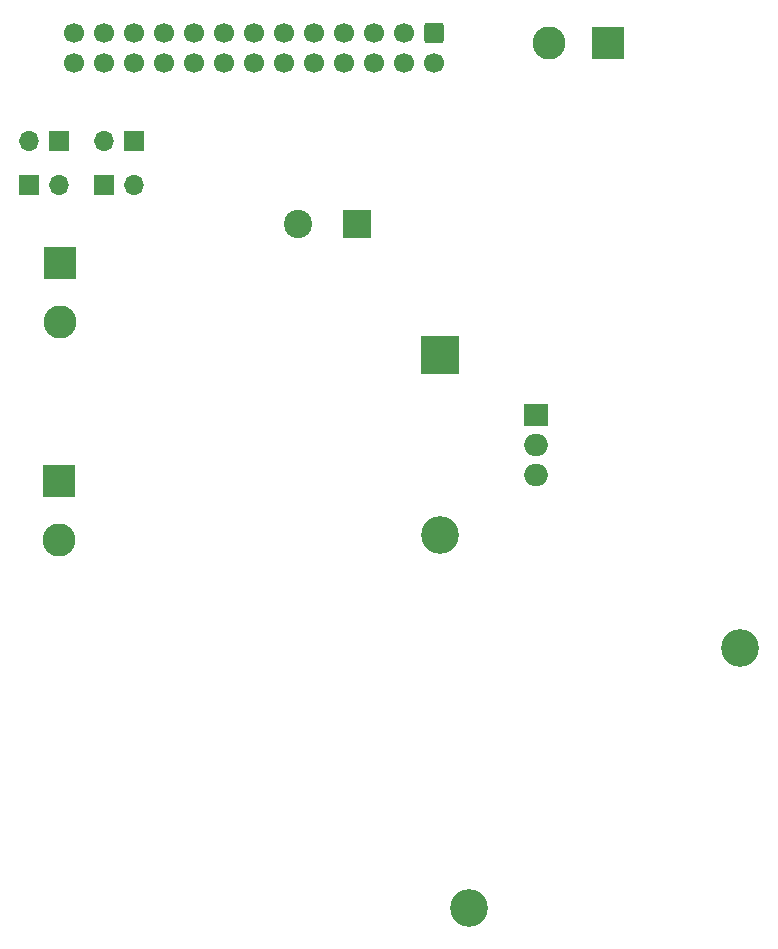
<source format=gbr>
%TF.GenerationSoftware,KiCad,Pcbnew,(6.0.0-0)*%
%TF.CreationDate,2023-01-16T12:55:47-05:00*%
%TF.ProjectId,Spindle_Driver,5370696e-646c-4655-9f44-72697665722e,rev?*%
%TF.SameCoordinates,Original*%
%TF.FileFunction,Soldermask,Bot*%
%TF.FilePolarity,Negative*%
%FSLAX46Y46*%
G04 Gerber Fmt 4.6, Leading zero omitted, Abs format (unit mm)*
G04 Created by KiCad (PCBNEW (6.0.0-0)) date 2023-01-16 12:55:47*
%MOMM*%
%LPD*%
G01*
G04 APERTURE LIST*
G04 Aperture macros list*
%AMRoundRect*
0 Rectangle with rounded corners*
0 $1 Rounding radius*
0 $2 $3 $4 $5 $6 $7 $8 $9 X,Y pos of 4 corners*
0 Add a 4 corners polygon primitive as box body*
4,1,4,$2,$3,$4,$5,$6,$7,$8,$9,$2,$3,0*
0 Add four circle primitives for the rounded corners*
1,1,$1+$1,$2,$3*
1,1,$1+$1,$4,$5*
1,1,$1+$1,$6,$7*
1,1,$1+$1,$8,$9*
0 Add four rect primitives between the rounded corners*
20,1,$1+$1,$2,$3,$4,$5,0*
20,1,$1+$1,$4,$5,$6,$7,0*
20,1,$1+$1,$6,$7,$8,$9,0*
20,1,$1+$1,$8,$9,$2,$3,0*%
G04 Aperture macros list end*
%ADD10R,2.400000X2.400000*%
%ADD11C,2.400000*%
%ADD12R,1.700000X1.700000*%
%ADD13O,1.700000X1.700000*%
%ADD14R,2.800000X2.800000*%
%ADD15C,2.800000*%
%ADD16C,3.200000*%
%ADD17R,3.200000X3.200000*%
%ADD18O,3.200000X3.200000*%
%ADD19R,2.000000X1.905000*%
%ADD20O,2.000000X1.905000*%
%ADD21RoundRect,0.250000X-0.600000X0.600000X-0.600000X-0.600000X0.600000X-0.600000X0.600000X0.600000X0*%
%ADD22C,1.700000*%
G04 APERTURE END LIST*
D10*
%TO.C,C1*%
X163500000Y-88100000D03*
D11*
X158500000Y-88100000D03*
%TD*%
D12*
%TO.C,J5*%
X144650000Y-81110000D03*
D13*
X142110000Y-81110000D03*
%TD*%
D14*
%TO.C,J4*%
X138330000Y-109880000D03*
D15*
X138330000Y-114880000D03*
%TD*%
D12*
%TO.C,J9*%
X135725000Y-84800000D03*
D13*
X138265000Y-84800000D03*
%TD*%
D12*
%TO.C,J6*%
X142100000Y-84800000D03*
D13*
X144640000Y-84800000D03*
%TD*%
D16*
%TO.C,H2*%
X173000000Y-146000000D03*
%TD*%
D14*
%TO.C,J3*%
X138425000Y-91400000D03*
D15*
X138425000Y-96400000D03*
%TD*%
D12*
%TO.C,J7*%
X138275000Y-81110000D03*
D13*
X135735000Y-81110000D03*
%TD*%
D17*
%TO.C,D1*%
X170545000Y-99220000D03*
D18*
X170545000Y-114460000D03*
%TD*%
D19*
%TO.C,Q1*%
X178700000Y-104300000D03*
D20*
X178700000Y-106840000D03*
X178700000Y-109380000D03*
%TD*%
D21*
%TO.C,J8*%
X170040000Y-71947500D03*
D22*
X170040000Y-74487500D03*
X167500000Y-71947500D03*
X167500000Y-74487500D03*
X164960000Y-71947500D03*
X164960000Y-74487500D03*
X162420000Y-71947500D03*
X162420000Y-74487500D03*
X159880000Y-71947500D03*
X159880000Y-74487500D03*
X157340000Y-71947500D03*
X157340000Y-74487500D03*
X154800000Y-71947500D03*
X154800000Y-74487500D03*
X152260000Y-71947500D03*
X152260000Y-74487500D03*
X149720000Y-71947500D03*
X149720000Y-74487500D03*
X147180000Y-71947500D03*
X147180000Y-74487500D03*
X144640000Y-71947500D03*
X144640000Y-74487500D03*
X142100000Y-71947500D03*
X142100000Y-74487500D03*
X139560000Y-71947500D03*
X139560000Y-74487500D03*
%TD*%
D16*
%TO.C,H1*%
X196000000Y-124000000D03*
%TD*%
D14*
%TO.C,J1*%
X184825000Y-72800000D03*
D15*
X179825000Y-72800000D03*
%TD*%
M02*

</source>
